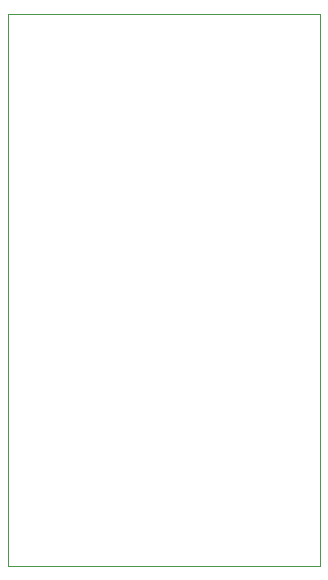
<source format=gbr>
%TF.GenerationSoftware,KiCad,Pcbnew,(5.1.9)-1*%
%TF.CreationDate,2021-02-24T14:45:34+01:00*%
%TF.ProjectId,Schaakbord_Testprint,53636861-616b-4626-9f72-645f54657374,rev?*%
%TF.SameCoordinates,Original*%
%TF.FileFunction,Profile,NP*%
%FSLAX46Y46*%
G04 Gerber Fmt 4.6, Leading zero omitted, Abs format (unit mm)*
G04 Created by KiCad (PCBNEW (5.1.9)-1) date 2021-02-24 14:45:34*
%MOMM*%
%LPD*%
G01*
G04 APERTURE LIST*
%TA.AperFunction,Profile*%
%ADD10C,0.050000*%
%TD*%
G04 APERTURE END LIST*
D10*
X153162000Y-100838000D02*
X153162000Y-54102000D01*
X179578000Y-100838000D02*
X153162000Y-100838000D01*
X179578000Y-54102000D02*
X179578000Y-100838000D01*
X153162000Y-54102000D02*
X179578000Y-54102000D01*
M02*

</source>
